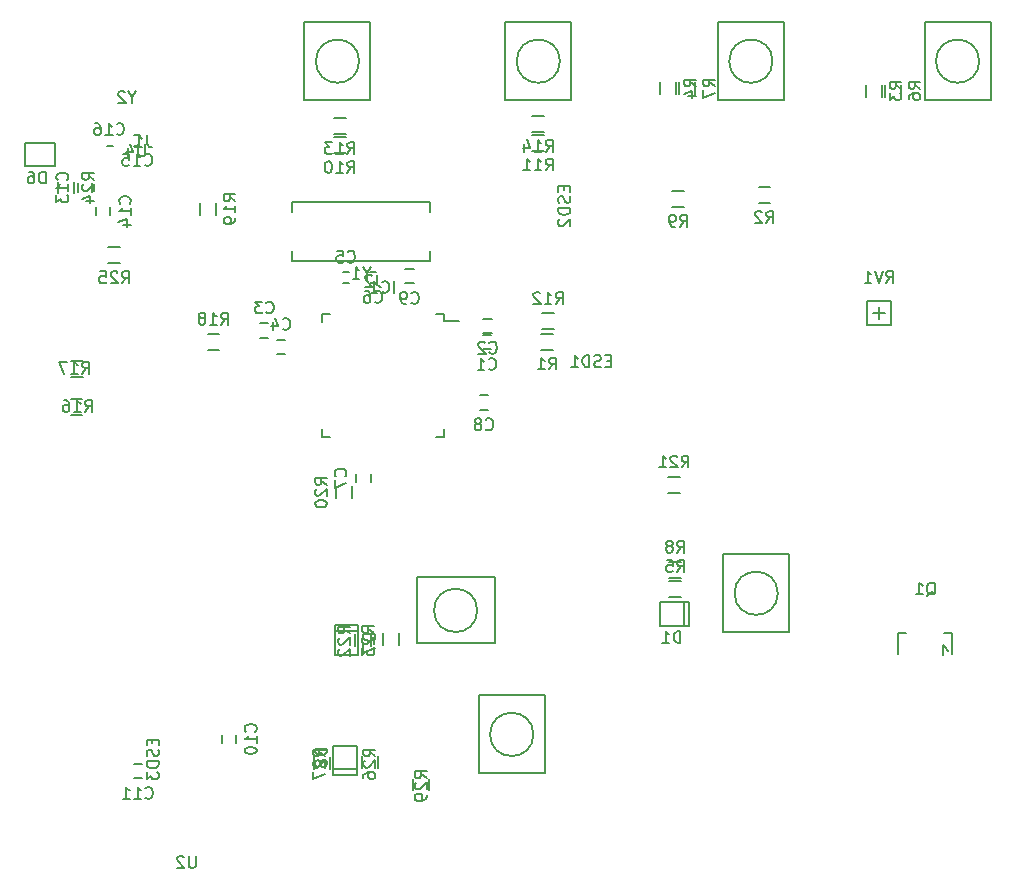
<source format=gbo>
G04 #@! TF.FileFunction,Legend,Bot*
%FSLAX46Y46*%
G04 Gerber Fmt 4.6, Leading zero omitted, Abs format (unit mm)*
G04 Created by KiCad (PCBNEW 4.0.4+dfsg1-stable) date Tue Mar  7 14:42:26 2017*
%MOMM*%
%LPD*%
G01*
G04 APERTURE LIST*
%ADD10C,0.100000*%
%ADD11C,0.150000*%
G04 APERTURE END LIST*
D10*
D11*
X46831620Y22500000D02*
G75*
G03X46831620Y22500000I-1831620J0D01*
G01*
X48302000Y19706000D02*
X48302000Y25294000D01*
X48302000Y25294000D02*
X41698000Y25294000D01*
X41698000Y25294000D02*
X41698000Y19706000D01*
X41698000Y19706000D02*
X48302000Y19706000D01*
X44011900Y47555100D02*
X44011900Y46980100D01*
X33661900Y47555100D02*
X33661900Y46880100D01*
X33661900Y37205100D02*
X33661900Y37880100D01*
X44011900Y37205100D02*
X44011900Y37880100D01*
X44011900Y47555100D02*
X43336900Y47555100D01*
X44011900Y37205100D02*
X43336900Y37205100D01*
X33661900Y37205100D02*
X34336900Y37205100D01*
X33661900Y47555100D02*
X34336900Y47555100D01*
X44011900Y46980100D02*
X45286900Y46980100D01*
X47300000Y44600000D02*
X48000000Y44600000D01*
X48000000Y45800000D02*
X47300000Y45800000D01*
X47350000Y46000000D02*
X48050000Y46000000D01*
X48050000Y47200000D02*
X47350000Y47200000D01*
X29150000Y46800000D02*
X28450000Y46800000D01*
X28450000Y45600000D02*
X29150000Y45600000D01*
X30550000Y45400000D02*
X29850000Y45400000D01*
X29850000Y44200000D02*
X30550000Y44200000D01*
X35450000Y51175000D02*
X35950000Y51175000D01*
X35950000Y50225000D02*
X35450000Y50225000D01*
X38250000Y50225000D02*
X37750000Y50225000D01*
X37750000Y51175000D02*
X38250000Y51175000D01*
X36600000Y34050000D02*
X36600000Y33350000D01*
X37800000Y33350000D02*
X37800000Y34050000D01*
X47050000Y39500000D02*
X47750000Y39500000D01*
X47750000Y40700000D02*
X47050000Y40700000D01*
X40750000Y50200000D02*
X41450000Y50200000D01*
X41450000Y51400000D02*
X40750000Y51400000D01*
X17750000Y8300000D02*
X18450000Y8300000D01*
X18450000Y9500000D02*
X17750000Y9500000D01*
X13050000Y58650000D02*
X13050000Y57950000D01*
X14250000Y57950000D02*
X14250000Y58650000D01*
X15750000Y55950000D02*
X15750000Y56650000D01*
X14550000Y56650000D02*
X14550000Y55950000D01*
X18300000Y61825000D02*
X17800000Y61825000D01*
X17800000Y62775000D02*
X18300000Y62775000D01*
X15500000Y62775000D02*
X16000000Y62775000D01*
X16000000Y61825000D02*
X15500000Y61825000D01*
X11050000Y62100000D02*
X11050000Y60100000D01*
X11050000Y60100000D02*
X8550000Y60100000D01*
X8550000Y60100000D02*
X8550000Y62100000D01*
X8550000Y62100000D02*
X11050000Y62100000D01*
X86649920Y19099340D02*
X86401000Y19399060D01*
X86401000Y19399060D02*
X86299400Y19548920D01*
X86299400Y19548920D02*
X86299400Y18700560D01*
X87000440Y20600480D02*
X87000440Y18799620D01*
X87000440Y20600480D02*
X86350200Y20600480D01*
X82499560Y20600480D02*
X82499560Y18799620D01*
X82499560Y20600480D02*
X83149800Y20600480D01*
X53250000Y45925000D02*
X52250000Y45925000D01*
X52250000Y44575000D02*
X53250000Y44575000D01*
X71650000Y58325000D02*
X70650000Y58325000D01*
X70650000Y56975000D02*
X71650000Y56975000D01*
X79725000Y67000000D02*
X79725000Y66000000D01*
X81075000Y66000000D02*
X81075000Y67000000D01*
X62325000Y67200000D02*
X62325000Y66200000D01*
X63675000Y66200000D02*
X63675000Y67200000D01*
X63100000Y23625000D02*
X64100000Y23625000D01*
X64100000Y24975000D02*
X63100000Y24975000D01*
X81325000Y67000000D02*
X81325000Y66000000D01*
X82675000Y66000000D02*
X82675000Y67000000D01*
X63925000Y67200000D02*
X63925000Y66200000D01*
X65275000Y66200000D02*
X65275000Y67200000D01*
X63100000Y25275000D02*
X64100000Y25275000D01*
X64100000Y26625000D02*
X63100000Y26625000D01*
X64350000Y58025000D02*
X63350000Y58025000D01*
X63350000Y56675000D02*
X64350000Y56675000D01*
X35700000Y62575000D02*
X34700000Y62575000D01*
X34700000Y61225000D02*
X35700000Y61225000D01*
X52500000Y62775000D02*
X51500000Y62775000D01*
X51500000Y61425000D02*
X52500000Y61425000D01*
X52350000Y46325000D02*
X53350000Y46325000D01*
X53350000Y47675000D02*
X52350000Y47675000D01*
X35700000Y64175000D02*
X34700000Y64175000D01*
X34700000Y62825000D02*
X35700000Y62825000D01*
X52500000Y64375000D02*
X51500000Y64375000D01*
X51500000Y63025000D02*
X52500000Y63025000D01*
X13400000Y40425000D02*
X12400000Y40425000D01*
X12400000Y39075000D02*
X13400000Y39075000D01*
X13450000Y43575000D02*
X12450000Y43575000D01*
X12450000Y42225000D02*
X13450000Y42225000D01*
X24000000Y44575000D02*
X25000000Y44575000D01*
X25000000Y45925000D02*
X24000000Y45925000D01*
X23325000Y57000000D02*
X23325000Y56000000D01*
X24675000Y56000000D02*
X24675000Y57000000D01*
X36225000Y32000000D02*
X36225000Y33000000D01*
X34875000Y33000000D02*
X34875000Y32000000D01*
X63000000Y32475000D02*
X64000000Y32475000D01*
X64000000Y33825000D02*
X63000000Y33825000D01*
X37875000Y19500000D02*
X37875000Y20500000D01*
X36525000Y20500000D02*
X36525000Y19500000D01*
X40225000Y19550000D02*
X40225000Y20550000D01*
X38875000Y20550000D02*
X38875000Y19550000D01*
X11375000Y58800000D02*
X11375000Y57800000D01*
X12725000Y57800000D02*
X12725000Y58800000D01*
X16600000Y53225000D02*
X15600000Y53225000D01*
X15600000Y51875000D02*
X16600000Y51875000D01*
X37075000Y10150000D02*
X37075000Y9150000D01*
X38425000Y9150000D02*
X38425000Y10150000D01*
X34325000Y9050000D02*
X34325000Y10050000D01*
X32975000Y10050000D02*
X32975000Y9050000D01*
X80350000Y47700000D02*
X81350000Y47700000D01*
X80850000Y47200000D02*
X80850000Y48200000D01*
X79850000Y46700000D02*
X79850000Y48700000D01*
X79850000Y48700000D02*
X81850000Y48700000D01*
X81850000Y48700000D02*
X81850000Y46700000D01*
X81850000Y46700000D02*
X79850000Y46700000D01*
X31150380Y57099360D02*
X42849620Y57099360D01*
X42849620Y52100640D02*
X31150380Y52100640D01*
X42849620Y57099360D02*
X42849620Y56251000D01*
X42849620Y52100640D02*
X42849620Y52949000D01*
X31150380Y57099360D02*
X31150380Y56251000D01*
X31150380Y52100640D02*
X31150380Y52949000D01*
X26400000Y11250000D02*
X26400000Y11950000D01*
X25200000Y11950000D02*
X25200000Y11250000D01*
X64300000Y23200000D02*
X64300000Y21200000D01*
X64800000Y23200000D02*
X64800000Y21200000D01*
X64800000Y21200000D02*
X62300000Y21200000D01*
X62300000Y21200000D02*
X62300000Y23200000D01*
X62300000Y23200000D02*
X64800000Y23200000D01*
X34750000Y20750000D02*
X36750000Y20750000D01*
X34750000Y21250000D02*
X36750000Y21250000D01*
X36750000Y21250000D02*
X36750000Y18750000D01*
X36750000Y18750000D02*
X34750000Y18750000D01*
X34750000Y18750000D02*
X34750000Y21250000D01*
X36650000Y9050000D02*
X34650000Y9050000D01*
X36650000Y8550000D02*
X34650000Y8550000D01*
X34650000Y8550000D02*
X34650000Y11050000D01*
X34650000Y11050000D02*
X36650000Y11050000D01*
X36650000Y11050000D02*
X36650000Y8550000D01*
X42775000Y7250000D02*
X42775000Y8250000D01*
X41425000Y8250000D02*
X41425000Y7250000D01*
X89331620Y69000000D02*
G75*
G03X89331620Y69000000I-1831620J0D01*
G01*
X90294000Y72302000D02*
X84706000Y72302000D01*
X84706000Y72302000D02*
X84706000Y65698000D01*
X84706000Y65698000D02*
X90294000Y65698000D01*
X90294000Y65698000D02*
X90294000Y72302000D01*
X71831620Y69000000D02*
G75*
G03X71831620Y69000000I-1831620J0D01*
G01*
X72794000Y72302000D02*
X67206000Y72302000D01*
X67206000Y72302000D02*
X67206000Y65698000D01*
X67206000Y65698000D02*
X72794000Y65698000D01*
X72794000Y65698000D02*
X72794000Y72302000D01*
X53831620Y69000000D02*
G75*
G03X53831620Y69000000I-1831620J0D01*
G01*
X54794000Y72302000D02*
X49206000Y72302000D01*
X49206000Y72302000D02*
X49206000Y65698000D01*
X49206000Y65698000D02*
X54794000Y65698000D01*
X54794000Y65698000D02*
X54794000Y72302000D01*
X36831620Y69000000D02*
G75*
G03X36831620Y69000000I-1831620J0D01*
G01*
X37794000Y72302000D02*
X32206000Y72302000D01*
X32206000Y72302000D02*
X32206000Y65698000D01*
X32206000Y65698000D02*
X37794000Y65698000D01*
X37794000Y65698000D02*
X37794000Y72302000D01*
X72281620Y23950000D02*
G75*
G03X72281620Y23950000I-1831620J0D01*
G01*
X67656000Y20648000D02*
X73244000Y20648000D01*
X73244000Y20648000D02*
X73244000Y27252000D01*
X73244000Y27252000D02*
X67656000Y27252000D01*
X67656000Y27252000D02*
X67656000Y20648000D01*
X51581620Y12000000D02*
G75*
G03X51581620Y12000000I-1831620J0D01*
G01*
X52544000Y15302000D02*
X46956000Y15302000D01*
X46956000Y15302000D02*
X46956000Y8698000D01*
X46956000Y8698000D02*
X52544000Y8698000D01*
X52544000Y8698000D02*
X52544000Y15302000D01*
X39813090Y49377719D02*
X39813090Y50377719D01*
X38765471Y49472957D02*
X38813090Y49425338D01*
X38955947Y49377719D01*
X39051185Y49377719D01*
X39194043Y49425338D01*
X39289281Y49520576D01*
X39336900Y49615814D01*
X39384519Y49806290D01*
X39384519Y49949148D01*
X39336900Y50139624D01*
X39289281Y50234862D01*
X39194043Y50330100D01*
X39051185Y50377719D01*
X38955947Y50377719D01*
X38813090Y50330100D01*
X38765471Y50282481D01*
X37813090Y49377719D02*
X38384519Y49377719D01*
X38098805Y49377719D02*
X38098805Y50377719D01*
X38194043Y50234862D01*
X38289281Y50139624D01*
X38384519Y50092005D01*
X47816666Y42942857D02*
X47864285Y42895238D01*
X48007142Y42847619D01*
X48102380Y42847619D01*
X48245238Y42895238D01*
X48340476Y42990476D01*
X48388095Y43085714D01*
X48435714Y43276190D01*
X48435714Y43419048D01*
X48388095Y43609524D01*
X48340476Y43704762D01*
X48245238Y43800000D01*
X48102380Y43847619D01*
X48007142Y43847619D01*
X47864285Y43800000D01*
X47816666Y43752381D01*
X46864285Y42847619D02*
X47435714Y42847619D01*
X47150000Y42847619D02*
X47150000Y43847619D01*
X47245238Y43704762D01*
X47340476Y43609524D01*
X47435714Y43561905D01*
X47866666Y44342857D02*
X47914285Y44295238D01*
X48057142Y44247619D01*
X48152380Y44247619D01*
X48295238Y44295238D01*
X48390476Y44390476D01*
X48438095Y44485714D01*
X48485714Y44676190D01*
X48485714Y44819048D01*
X48438095Y45009524D01*
X48390476Y45104762D01*
X48295238Y45200000D01*
X48152380Y45247619D01*
X48057142Y45247619D01*
X47914285Y45200000D01*
X47866666Y45152381D01*
X47485714Y45152381D02*
X47438095Y45200000D01*
X47342857Y45247619D01*
X47104761Y45247619D01*
X47009523Y45200000D01*
X46961904Y45152381D01*
X46914285Y45057143D01*
X46914285Y44961905D01*
X46961904Y44819048D01*
X47533333Y44247619D01*
X46914285Y44247619D01*
X28966666Y47742857D02*
X29014285Y47695238D01*
X29157142Y47647619D01*
X29252380Y47647619D01*
X29395238Y47695238D01*
X29490476Y47790476D01*
X29538095Y47885714D01*
X29585714Y48076190D01*
X29585714Y48219048D01*
X29538095Y48409524D01*
X29490476Y48504762D01*
X29395238Y48600000D01*
X29252380Y48647619D01*
X29157142Y48647619D01*
X29014285Y48600000D01*
X28966666Y48552381D01*
X28633333Y48647619D02*
X28014285Y48647619D01*
X28347619Y48266667D01*
X28204761Y48266667D01*
X28109523Y48219048D01*
X28061904Y48171429D01*
X28014285Y48076190D01*
X28014285Y47838095D01*
X28061904Y47742857D01*
X28109523Y47695238D01*
X28204761Y47647619D01*
X28490476Y47647619D01*
X28585714Y47695238D01*
X28633333Y47742857D01*
X30366666Y46342857D02*
X30414285Y46295238D01*
X30557142Y46247619D01*
X30652380Y46247619D01*
X30795238Y46295238D01*
X30890476Y46390476D01*
X30938095Y46485714D01*
X30985714Y46676190D01*
X30985714Y46819048D01*
X30938095Y47009524D01*
X30890476Y47104762D01*
X30795238Y47200000D01*
X30652380Y47247619D01*
X30557142Y47247619D01*
X30414285Y47200000D01*
X30366666Y47152381D01*
X29509523Y46914286D02*
X29509523Y46247619D01*
X29747619Y47295238D02*
X29985714Y46580952D01*
X29366666Y46580952D01*
X35866666Y52042857D02*
X35914285Y51995238D01*
X36057142Y51947619D01*
X36152380Y51947619D01*
X36295238Y51995238D01*
X36390476Y52090476D01*
X36438095Y52185714D01*
X36485714Y52376190D01*
X36485714Y52519048D01*
X36438095Y52709524D01*
X36390476Y52804762D01*
X36295238Y52900000D01*
X36152380Y52947619D01*
X36057142Y52947619D01*
X35914285Y52900000D01*
X35866666Y52852381D01*
X34961904Y52947619D02*
X35438095Y52947619D01*
X35485714Y52471429D01*
X35438095Y52519048D01*
X35342857Y52566667D01*
X35104761Y52566667D01*
X35009523Y52519048D01*
X34961904Y52471429D01*
X34914285Y52376190D01*
X34914285Y52138095D01*
X34961904Y52042857D01*
X35009523Y51995238D01*
X35104761Y51947619D01*
X35342857Y51947619D01*
X35438095Y51995238D01*
X35485714Y52042857D01*
X38166666Y48642857D02*
X38214285Y48595238D01*
X38357142Y48547619D01*
X38452380Y48547619D01*
X38595238Y48595238D01*
X38690476Y48690476D01*
X38738095Y48785714D01*
X38785714Y48976190D01*
X38785714Y49119048D01*
X38738095Y49309524D01*
X38690476Y49404762D01*
X38595238Y49500000D01*
X38452380Y49547619D01*
X38357142Y49547619D01*
X38214285Y49500000D01*
X38166666Y49452381D01*
X37309523Y49547619D02*
X37500000Y49547619D01*
X37595238Y49500000D01*
X37642857Y49452381D01*
X37738095Y49309524D01*
X37785714Y49119048D01*
X37785714Y48738095D01*
X37738095Y48642857D01*
X37690476Y48595238D01*
X37595238Y48547619D01*
X37404761Y48547619D01*
X37309523Y48595238D01*
X37261904Y48642857D01*
X37214285Y48738095D01*
X37214285Y48976190D01*
X37261904Y49071429D01*
X37309523Y49119048D01*
X37404761Y49166667D01*
X37595238Y49166667D01*
X37690476Y49119048D01*
X37738095Y49071429D01*
X37785714Y48976190D01*
X35657143Y33866666D02*
X35704762Y33914285D01*
X35752381Y34057142D01*
X35752381Y34152380D01*
X35704762Y34295238D01*
X35609524Y34390476D01*
X35514286Y34438095D01*
X35323810Y34485714D01*
X35180952Y34485714D01*
X34990476Y34438095D01*
X34895238Y34390476D01*
X34800000Y34295238D01*
X34752381Y34152380D01*
X34752381Y34057142D01*
X34800000Y33914285D01*
X34847619Y33866666D01*
X34752381Y33533333D02*
X34752381Y32866666D01*
X35752381Y33295238D01*
X47566666Y37842857D02*
X47614285Y37795238D01*
X47757142Y37747619D01*
X47852380Y37747619D01*
X47995238Y37795238D01*
X48090476Y37890476D01*
X48138095Y37985714D01*
X48185714Y38176190D01*
X48185714Y38319048D01*
X48138095Y38509524D01*
X48090476Y38604762D01*
X47995238Y38700000D01*
X47852380Y38747619D01*
X47757142Y38747619D01*
X47614285Y38700000D01*
X47566666Y38652381D01*
X46995238Y38319048D02*
X47090476Y38366667D01*
X47138095Y38414286D01*
X47185714Y38509524D01*
X47185714Y38557143D01*
X47138095Y38652381D01*
X47090476Y38700000D01*
X46995238Y38747619D01*
X46804761Y38747619D01*
X46709523Y38700000D01*
X46661904Y38652381D01*
X46614285Y38557143D01*
X46614285Y38509524D01*
X46661904Y38414286D01*
X46709523Y38366667D01*
X46804761Y38319048D01*
X46995238Y38319048D01*
X47090476Y38271429D01*
X47138095Y38223810D01*
X47185714Y38128571D01*
X47185714Y37938095D01*
X47138095Y37842857D01*
X47090476Y37795238D01*
X46995238Y37747619D01*
X46804761Y37747619D01*
X46709523Y37795238D01*
X46661904Y37842857D01*
X46614285Y37938095D01*
X46614285Y38128571D01*
X46661904Y38223810D01*
X46709523Y38271429D01*
X46804761Y38319048D01*
X41266666Y48542857D02*
X41314285Y48495238D01*
X41457142Y48447619D01*
X41552380Y48447619D01*
X41695238Y48495238D01*
X41790476Y48590476D01*
X41838095Y48685714D01*
X41885714Y48876190D01*
X41885714Y49019048D01*
X41838095Y49209524D01*
X41790476Y49304762D01*
X41695238Y49400000D01*
X41552380Y49447619D01*
X41457142Y49447619D01*
X41314285Y49400000D01*
X41266666Y49352381D01*
X40790476Y48447619D02*
X40600000Y48447619D01*
X40504761Y48495238D01*
X40457142Y48542857D01*
X40361904Y48685714D01*
X40314285Y48876190D01*
X40314285Y49257143D01*
X40361904Y49352381D01*
X40409523Y49400000D01*
X40504761Y49447619D01*
X40695238Y49447619D01*
X40790476Y49400000D01*
X40838095Y49352381D01*
X40885714Y49257143D01*
X40885714Y49019048D01*
X40838095Y48923810D01*
X40790476Y48876190D01*
X40695238Y48828571D01*
X40504761Y48828571D01*
X40409523Y48876190D01*
X40361904Y48923810D01*
X40314285Y49019048D01*
X18742857Y6642857D02*
X18790476Y6595238D01*
X18933333Y6547619D01*
X19028571Y6547619D01*
X19171429Y6595238D01*
X19266667Y6690476D01*
X19314286Y6785714D01*
X19361905Y6976190D01*
X19361905Y7119048D01*
X19314286Y7309524D01*
X19266667Y7404762D01*
X19171429Y7500000D01*
X19028571Y7547619D01*
X18933333Y7547619D01*
X18790476Y7500000D01*
X18742857Y7452381D01*
X17790476Y6547619D02*
X18361905Y6547619D01*
X18076191Y6547619D02*
X18076191Y7547619D01*
X18171429Y7404762D01*
X18266667Y7309524D01*
X18361905Y7261905D01*
X16838095Y6547619D02*
X17409524Y6547619D01*
X17123810Y6547619D02*
X17123810Y7547619D01*
X17219048Y7404762D01*
X17314286Y7309524D01*
X17409524Y7261905D01*
X12107143Y58942857D02*
X12154762Y58990476D01*
X12202381Y59133333D01*
X12202381Y59228571D01*
X12154762Y59371429D01*
X12059524Y59466667D01*
X11964286Y59514286D01*
X11773810Y59561905D01*
X11630952Y59561905D01*
X11440476Y59514286D01*
X11345238Y59466667D01*
X11250000Y59371429D01*
X11202381Y59228571D01*
X11202381Y59133333D01*
X11250000Y58990476D01*
X11297619Y58942857D01*
X12202381Y57990476D02*
X12202381Y58561905D01*
X12202381Y58276191D02*
X11202381Y58276191D01*
X11345238Y58371429D01*
X11440476Y58466667D01*
X11488095Y58561905D01*
X11202381Y57657143D02*
X11202381Y57038095D01*
X11583333Y57371429D01*
X11583333Y57228571D01*
X11630952Y57133333D01*
X11678571Y57085714D01*
X11773810Y57038095D01*
X12011905Y57038095D01*
X12107143Y57085714D01*
X12154762Y57133333D01*
X12202381Y57228571D01*
X12202381Y57514286D01*
X12154762Y57609524D01*
X12107143Y57657143D01*
X17407143Y56942857D02*
X17454762Y56990476D01*
X17502381Y57133333D01*
X17502381Y57228571D01*
X17454762Y57371429D01*
X17359524Y57466667D01*
X17264286Y57514286D01*
X17073810Y57561905D01*
X16930952Y57561905D01*
X16740476Y57514286D01*
X16645238Y57466667D01*
X16550000Y57371429D01*
X16502381Y57228571D01*
X16502381Y57133333D01*
X16550000Y56990476D01*
X16597619Y56942857D01*
X17502381Y55990476D02*
X17502381Y56561905D01*
X17502381Y56276191D02*
X16502381Y56276191D01*
X16645238Y56371429D01*
X16740476Y56466667D01*
X16788095Y56561905D01*
X16835714Y55133333D02*
X17502381Y55133333D01*
X16454762Y55371429D02*
X17169048Y55609524D01*
X17169048Y54990476D01*
X18692857Y60242857D02*
X18740476Y60195238D01*
X18883333Y60147619D01*
X18978571Y60147619D01*
X19121429Y60195238D01*
X19216667Y60290476D01*
X19264286Y60385714D01*
X19311905Y60576190D01*
X19311905Y60719048D01*
X19264286Y60909524D01*
X19216667Y61004762D01*
X19121429Y61100000D01*
X18978571Y61147619D01*
X18883333Y61147619D01*
X18740476Y61100000D01*
X18692857Y61052381D01*
X17740476Y60147619D02*
X18311905Y60147619D01*
X18026191Y60147619D02*
X18026191Y61147619D01*
X18121429Y61004762D01*
X18216667Y60909524D01*
X18311905Y60861905D01*
X16835714Y61147619D02*
X17311905Y61147619D01*
X17359524Y60671429D01*
X17311905Y60719048D01*
X17216667Y60766667D01*
X16978571Y60766667D01*
X16883333Y60719048D01*
X16835714Y60671429D01*
X16788095Y60576190D01*
X16788095Y60338095D01*
X16835714Y60242857D01*
X16883333Y60195238D01*
X16978571Y60147619D01*
X17216667Y60147619D01*
X17311905Y60195238D01*
X17359524Y60242857D01*
X16292857Y62842857D02*
X16340476Y62795238D01*
X16483333Y62747619D01*
X16578571Y62747619D01*
X16721429Y62795238D01*
X16816667Y62890476D01*
X16864286Y62985714D01*
X16911905Y63176190D01*
X16911905Y63319048D01*
X16864286Y63509524D01*
X16816667Y63604762D01*
X16721429Y63700000D01*
X16578571Y63747619D01*
X16483333Y63747619D01*
X16340476Y63700000D01*
X16292857Y63652381D01*
X15340476Y62747619D02*
X15911905Y62747619D01*
X15626191Y62747619D02*
X15626191Y63747619D01*
X15721429Y63604762D01*
X15816667Y63509524D01*
X15911905Y63461905D01*
X14483333Y63747619D02*
X14673810Y63747619D01*
X14769048Y63700000D01*
X14816667Y63652381D01*
X14911905Y63509524D01*
X14959524Y63319048D01*
X14959524Y62938095D01*
X14911905Y62842857D01*
X14864286Y62795238D01*
X14769048Y62747619D01*
X14578571Y62747619D01*
X14483333Y62795238D01*
X14435714Y62842857D01*
X14388095Y62938095D01*
X14388095Y63176190D01*
X14435714Y63271429D01*
X14483333Y63319048D01*
X14578571Y63366667D01*
X14769048Y63366667D01*
X14864286Y63319048D01*
X14911905Y63271429D01*
X14959524Y63176190D01*
X10288095Y58647619D02*
X10288095Y59647619D01*
X10050000Y59647619D01*
X9907142Y59600000D01*
X9811904Y59504762D01*
X9764285Y59409524D01*
X9716666Y59219048D01*
X9716666Y59076190D01*
X9764285Y58885714D01*
X9811904Y58790476D01*
X9907142Y58695238D01*
X10050000Y58647619D01*
X10288095Y58647619D01*
X8859523Y59647619D02*
X9050000Y59647619D01*
X9145238Y59600000D01*
X9192857Y59552381D01*
X9288095Y59409524D01*
X9335714Y59219048D01*
X9335714Y58838095D01*
X9288095Y58742857D01*
X9240476Y58695238D01*
X9145238Y58647619D01*
X8954761Y58647619D01*
X8859523Y58695238D01*
X8811904Y58742857D01*
X8764285Y58838095D01*
X8764285Y59076190D01*
X8811904Y59171429D01*
X8859523Y59219048D01*
X8954761Y59266667D01*
X9145238Y59266667D01*
X9240476Y59219048D01*
X9288095Y59171429D01*
X9335714Y59076190D01*
X58166667Y43621429D02*
X57833333Y43621429D01*
X57690476Y43097619D02*
X58166667Y43097619D01*
X58166667Y44097619D01*
X57690476Y44097619D01*
X57309524Y43145238D02*
X57166667Y43097619D01*
X56928571Y43097619D01*
X56833333Y43145238D01*
X56785714Y43192857D01*
X56738095Y43288095D01*
X56738095Y43383333D01*
X56785714Y43478571D01*
X56833333Y43526190D01*
X56928571Y43573810D01*
X57119048Y43621429D01*
X57214286Y43669048D01*
X57261905Y43716667D01*
X57309524Y43811905D01*
X57309524Y43907143D01*
X57261905Y44002381D01*
X57214286Y44050000D01*
X57119048Y44097619D01*
X56880952Y44097619D01*
X56738095Y44050000D01*
X56309524Y43097619D02*
X56309524Y44097619D01*
X56071429Y44097619D01*
X55928571Y44050000D01*
X55833333Y43954762D01*
X55785714Y43859524D01*
X55738095Y43669048D01*
X55738095Y43526190D01*
X55785714Y43335714D01*
X55833333Y43240476D01*
X55928571Y43145238D01*
X56071429Y43097619D01*
X56309524Y43097619D01*
X54785714Y43097619D02*
X55357143Y43097619D01*
X55071429Y43097619D02*
X55071429Y44097619D01*
X55166667Y43954762D01*
X55261905Y43859524D01*
X55357143Y43811905D01*
X54178571Y58416667D02*
X54178571Y58083333D01*
X54702381Y57940476D02*
X54702381Y58416667D01*
X53702381Y58416667D01*
X53702381Y57940476D01*
X54654762Y57559524D02*
X54702381Y57416667D01*
X54702381Y57178571D01*
X54654762Y57083333D01*
X54607143Y57035714D01*
X54511905Y56988095D01*
X54416667Y56988095D01*
X54321429Y57035714D01*
X54273810Y57083333D01*
X54226190Y57178571D01*
X54178571Y57369048D01*
X54130952Y57464286D01*
X54083333Y57511905D01*
X53988095Y57559524D01*
X53892857Y57559524D01*
X53797619Y57511905D01*
X53750000Y57464286D01*
X53702381Y57369048D01*
X53702381Y57130952D01*
X53750000Y56988095D01*
X54702381Y56559524D02*
X53702381Y56559524D01*
X53702381Y56321429D01*
X53750000Y56178571D01*
X53845238Y56083333D01*
X53940476Y56035714D01*
X54130952Y55988095D01*
X54273810Y55988095D01*
X54464286Y56035714D01*
X54559524Y56083333D01*
X54654762Y56178571D01*
X54702381Y56321429D01*
X54702381Y56559524D01*
X53797619Y55607143D02*
X53750000Y55559524D01*
X53702381Y55464286D01*
X53702381Y55226190D01*
X53750000Y55130952D01*
X53797619Y55083333D01*
X53892857Y55035714D01*
X53988095Y55035714D01*
X54130952Y55083333D01*
X54702381Y55654762D01*
X54702381Y55035714D01*
X19328571Y11566667D02*
X19328571Y11233333D01*
X19852381Y11090476D02*
X19852381Y11566667D01*
X18852381Y11566667D01*
X18852381Y11090476D01*
X19804762Y10709524D02*
X19852381Y10566667D01*
X19852381Y10328571D01*
X19804762Y10233333D01*
X19757143Y10185714D01*
X19661905Y10138095D01*
X19566667Y10138095D01*
X19471429Y10185714D01*
X19423810Y10233333D01*
X19376190Y10328571D01*
X19328571Y10519048D01*
X19280952Y10614286D01*
X19233333Y10661905D01*
X19138095Y10709524D01*
X19042857Y10709524D01*
X18947619Y10661905D01*
X18900000Y10614286D01*
X18852381Y10519048D01*
X18852381Y10280952D01*
X18900000Y10138095D01*
X19852381Y9709524D02*
X18852381Y9709524D01*
X18852381Y9471429D01*
X18900000Y9328571D01*
X18995238Y9233333D01*
X19090476Y9185714D01*
X19280952Y9138095D01*
X19423810Y9138095D01*
X19614286Y9185714D01*
X19709524Y9233333D01*
X19804762Y9328571D01*
X19852381Y9471429D01*
X19852381Y9709524D01*
X18852381Y8804762D02*
X18852381Y8185714D01*
X19233333Y8519048D01*
X19233333Y8376190D01*
X19280952Y8280952D01*
X19328571Y8233333D01*
X19423810Y8185714D01*
X19661905Y8185714D01*
X19757143Y8233333D01*
X19804762Y8280952D01*
X19852381Y8376190D01*
X19852381Y8661905D01*
X19804762Y8757143D01*
X19757143Y8804762D01*
X84896038Y23753641D02*
X84991276Y23801260D01*
X85086514Y23896498D01*
X85229371Y24039355D01*
X85324610Y24086974D01*
X85419848Y24086974D01*
X85372229Y23848879D02*
X85467467Y23896498D01*
X85562705Y23991736D01*
X85610324Y24182212D01*
X85610324Y24515546D01*
X85562705Y24706022D01*
X85467467Y24801260D01*
X85372229Y24848879D01*
X85181752Y24848879D01*
X85086514Y24801260D01*
X84991276Y24706022D01*
X84943657Y24515546D01*
X84943657Y24182212D01*
X84991276Y23991736D01*
X85086514Y23896498D01*
X85181752Y23848879D01*
X85372229Y23848879D01*
X83991276Y23848879D02*
X84562705Y23848879D01*
X84276991Y23848879D02*
X84276991Y24848879D01*
X84372229Y24706022D01*
X84467467Y24610784D01*
X84562705Y24563165D01*
X52916666Y42897619D02*
X53250000Y43373810D01*
X53488095Y42897619D02*
X53488095Y43897619D01*
X53107142Y43897619D01*
X53011904Y43850000D01*
X52964285Y43802381D01*
X52916666Y43707143D01*
X52916666Y43564286D01*
X52964285Y43469048D01*
X53011904Y43421429D01*
X53107142Y43373810D01*
X53488095Y43373810D01*
X51964285Y42897619D02*
X52535714Y42897619D01*
X52250000Y42897619D02*
X52250000Y43897619D01*
X52345238Y43754762D01*
X52440476Y43659524D01*
X52535714Y43611905D01*
X71316666Y55297619D02*
X71650000Y55773810D01*
X71888095Y55297619D02*
X71888095Y56297619D01*
X71507142Y56297619D01*
X71411904Y56250000D01*
X71364285Y56202381D01*
X71316666Y56107143D01*
X71316666Y55964286D01*
X71364285Y55869048D01*
X71411904Y55821429D01*
X71507142Y55773810D01*
X71888095Y55773810D01*
X70935714Y56202381D02*
X70888095Y56250000D01*
X70792857Y56297619D01*
X70554761Y56297619D01*
X70459523Y56250000D01*
X70411904Y56202381D01*
X70364285Y56107143D01*
X70364285Y56011905D01*
X70411904Y55869048D01*
X70983333Y55297619D01*
X70364285Y55297619D01*
X82752381Y66666666D02*
X82276190Y67000000D01*
X82752381Y67238095D02*
X81752381Y67238095D01*
X81752381Y66857142D01*
X81800000Y66761904D01*
X81847619Y66714285D01*
X81942857Y66666666D01*
X82085714Y66666666D01*
X82180952Y66714285D01*
X82228571Y66761904D01*
X82276190Y66857142D01*
X82276190Y67238095D01*
X81752381Y66333333D02*
X81752381Y65714285D01*
X82133333Y66047619D01*
X82133333Y65904761D01*
X82180952Y65809523D01*
X82228571Y65761904D01*
X82323810Y65714285D01*
X82561905Y65714285D01*
X82657143Y65761904D01*
X82704762Y65809523D01*
X82752381Y65904761D01*
X82752381Y66190476D01*
X82704762Y66285714D01*
X82657143Y66333333D01*
X65352381Y66866666D02*
X64876190Y67200000D01*
X65352381Y67438095D02*
X64352381Y67438095D01*
X64352381Y67057142D01*
X64400000Y66961904D01*
X64447619Y66914285D01*
X64542857Y66866666D01*
X64685714Y66866666D01*
X64780952Y66914285D01*
X64828571Y66961904D01*
X64876190Y67057142D01*
X64876190Y67438095D01*
X64685714Y66009523D02*
X65352381Y66009523D01*
X64304762Y66247619D02*
X65019048Y66485714D01*
X65019048Y65866666D01*
X63766666Y25747619D02*
X64100000Y26223810D01*
X64338095Y25747619D02*
X64338095Y26747619D01*
X63957142Y26747619D01*
X63861904Y26700000D01*
X63814285Y26652381D01*
X63766666Y26557143D01*
X63766666Y26414286D01*
X63814285Y26319048D01*
X63861904Y26271429D01*
X63957142Y26223810D01*
X64338095Y26223810D01*
X62861904Y26747619D02*
X63338095Y26747619D01*
X63385714Y26271429D01*
X63338095Y26319048D01*
X63242857Y26366667D01*
X63004761Y26366667D01*
X62909523Y26319048D01*
X62861904Y26271429D01*
X62814285Y26176190D01*
X62814285Y25938095D01*
X62861904Y25842857D01*
X62909523Y25795238D01*
X63004761Y25747619D01*
X63242857Y25747619D01*
X63338095Y25795238D01*
X63385714Y25842857D01*
X84352381Y66666666D02*
X83876190Y67000000D01*
X84352381Y67238095D02*
X83352381Y67238095D01*
X83352381Y66857142D01*
X83400000Y66761904D01*
X83447619Y66714285D01*
X83542857Y66666666D01*
X83685714Y66666666D01*
X83780952Y66714285D01*
X83828571Y66761904D01*
X83876190Y66857142D01*
X83876190Y67238095D01*
X83352381Y65809523D02*
X83352381Y66000000D01*
X83400000Y66095238D01*
X83447619Y66142857D01*
X83590476Y66238095D01*
X83780952Y66285714D01*
X84161905Y66285714D01*
X84257143Y66238095D01*
X84304762Y66190476D01*
X84352381Y66095238D01*
X84352381Y65904761D01*
X84304762Y65809523D01*
X84257143Y65761904D01*
X84161905Y65714285D01*
X83923810Y65714285D01*
X83828571Y65761904D01*
X83780952Y65809523D01*
X83733333Y65904761D01*
X83733333Y66095238D01*
X83780952Y66190476D01*
X83828571Y66238095D01*
X83923810Y66285714D01*
X66952381Y66866666D02*
X66476190Y67200000D01*
X66952381Y67438095D02*
X65952381Y67438095D01*
X65952381Y67057142D01*
X66000000Y66961904D01*
X66047619Y66914285D01*
X66142857Y66866666D01*
X66285714Y66866666D01*
X66380952Y66914285D01*
X66428571Y66961904D01*
X66476190Y67057142D01*
X66476190Y67438095D01*
X65952381Y66533333D02*
X65952381Y65866666D01*
X66952381Y66295238D01*
X63766666Y27397619D02*
X64100000Y27873810D01*
X64338095Y27397619D02*
X64338095Y28397619D01*
X63957142Y28397619D01*
X63861904Y28350000D01*
X63814285Y28302381D01*
X63766666Y28207143D01*
X63766666Y28064286D01*
X63814285Y27969048D01*
X63861904Y27921429D01*
X63957142Y27873810D01*
X64338095Y27873810D01*
X63195238Y27969048D02*
X63290476Y28016667D01*
X63338095Y28064286D01*
X63385714Y28159524D01*
X63385714Y28207143D01*
X63338095Y28302381D01*
X63290476Y28350000D01*
X63195238Y28397619D01*
X63004761Y28397619D01*
X62909523Y28350000D01*
X62861904Y28302381D01*
X62814285Y28207143D01*
X62814285Y28159524D01*
X62861904Y28064286D01*
X62909523Y28016667D01*
X63004761Y27969048D01*
X63195238Y27969048D01*
X63290476Y27921429D01*
X63338095Y27873810D01*
X63385714Y27778571D01*
X63385714Y27588095D01*
X63338095Y27492857D01*
X63290476Y27445238D01*
X63195238Y27397619D01*
X63004761Y27397619D01*
X62909523Y27445238D01*
X62861904Y27492857D01*
X62814285Y27588095D01*
X62814285Y27778571D01*
X62861904Y27873810D01*
X62909523Y27921429D01*
X63004761Y27969048D01*
X64016666Y54997619D02*
X64350000Y55473810D01*
X64588095Y54997619D02*
X64588095Y55997619D01*
X64207142Y55997619D01*
X64111904Y55950000D01*
X64064285Y55902381D01*
X64016666Y55807143D01*
X64016666Y55664286D01*
X64064285Y55569048D01*
X64111904Y55521429D01*
X64207142Y55473810D01*
X64588095Y55473810D01*
X63540476Y54997619D02*
X63350000Y54997619D01*
X63254761Y55045238D01*
X63207142Y55092857D01*
X63111904Y55235714D01*
X63064285Y55426190D01*
X63064285Y55807143D01*
X63111904Y55902381D01*
X63159523Y55950000D01*
X63254761Y55997619D01*
X63445238Y55997619D01*
X63540476Y55950000D01*
X63588095Y55902381D01*
X63635714Y55807143D01*
X63635714Y55569048D01*
X63588095Y55473810D01*
X63540476Y55426190D01*
X63445238Y55378571D01*
X63254761Y55378571D01*
X63159523Y55426190D01*
X63111904Y55473810D01*
X63064285Y55569048D01*
X35842857Y59547619D02*
X36176191Y60023810D01*
X36414286Y59547619D02*
X36414286Y60547619D01*
X36033333Y60547619D01*
X35938095Y60500000D01*
X35890476Y60452381D01*
X35842857Y60357143D01*
X35842857Y60214286D01*
X35890476Y60119048D01*
X35938095Y60071429D01*
X36033333Y60023810D01*
X36414286Y60023810D01*
X34890476Y59547619D02*
X35461905Y59547619D01*
X35176191Y59547619D02*
X35176191Y60547619D01*
X35271429Y60404762D01*
X35366667Y60309524D01*
X35461905Y60261905D01*
X34271429Y60547619D02*
X34176190Y60547619D01*
X34080952Y60500000D01*
X34033333Y60452381D01*
X33985714Y60357143D01*
X33938095Y60166667D01*
X33938095Y59928571D01*
X33985714Y59738095D01*
X34033333Y59642857D01*
X34080952Y59595238D01*
X34176190Y59547619D01*
X34271429Y59547619D01*
X34366667Y59595238D01*
X34414286Y59642857D01*
X34461905Y59738095D01*
X34509524Y59928571D01*
X34509524Y60166667D01*
X34461905Y60357143D01*
X34414286Y60452381D01*
X34366667Y60500000D01*
X34271429Y60547619D01*
X52642857Y59747619D02*
X52976191Y60223810D01*
X53214286Y59747619D02*
X53214286Y60747619D01*
X52833333Y60747619D01*
X52738095Y60700000D01*
X52690476Y60652381D01*
X52642857Y60557143D01*
X52642857Y60414286D01*
X52690476Y60319048D01*
X52738095Y60271429D01*
X52833333Y60223810D01*
X53214286Y60223810D01*
X51690476Y59747619D02*
X52261905Y59747619D01*
X51976191Y59747619D02*
X51976191Y60747619D01*
X52071429Y60604762D01*
X52166667Y60509524D01*
X52261905Y60461905D01*
X50738095Y59747619D02*
X51309524Y59747619D01*
X51023810Y59747619D02*
X51023810Y60747619D01*
X51119048Y60604762D01*
X51214286Y60509524D01*
X51309524Y60461905D01*
X53492857Y48447619D02*
X53826191Y48923810D01*
X54064286Y48447619D02*
X54064286Y49447619D01*
X53683333Y49447619D01*
X53588095Y49400000D01*
X53540476Y49352381D01*
X53492857Y49257143D01*
X53492857Y49114286D01*
X53540476Y49019048D01*
X53588095Y48971429D01*
X53683333Y48923810D01*
X54064286Y48923810D01*
X52540476Y48447619D02*
X53111905Y48447619D01*
X52826191Y48447619D02*
X52826191Y49447619D01*
X52921429Y49304762D01*
X53016667Y49209524D01*
X53111905Y49161905D01*
X52159524Y49352381D02*
X52111905Y49400000D01*
X52016667Y49447619D01*
X51778571Y49447619D01*
X51683333Y49400000D01*
X51635714Y49352381D01*
X51588095Y49257143D01*
X51588095Y49161905D01*
X51635714Y49019048D01*
X52207143Y48447619D01*
X51588095Y48447619D01*
X35842857Y61147619D02*
X36176191Y61623810D01*
X36414286Y61147619D02*
X36414286Y62147619D01*
X36033333Y62147619D01*
X35938095Y62100000D01*
X35890476Y62052381D01*
X35842857Y61957143D01*
X35842857Y61814286D01*
X35890476Y61719048D01*
X35938095Y61671429D01*
X36033333Y61623810D01*
X36414286Y61623810D01*
X34890476Y61147619D02*
X35461905Y61147619D01*
X35176191Y61147619D02*
X35176191Y62147619D01*
X35271429Y62004762D01*
X35366667Y61909524D01*
X35461905Y61861905D01*
X34557143Y62147619D02*
X33938095Y62147619D01*
X34271429Y61766667D01*
X34128571Y61766667D01*
X34033333Y61719048D01*
X33985714Y61671429D01*
X33938095Y61576190D01*
X33938095Y61338095D01*
X33985714Y61242857D01*
X34033333Y61195238D01*
X34128571Y61147619D01*
X34414286Y61147619D01*
X34509524Y61195238D01*
X34557143Y61242857D01*
X52642857Y61347619D02*
X52976191Y61823810D01*
X53214286Y61347619D02*
X53214286Y62347619D01*
X52833333Y62347619D01*
X52738095Y62300000D01*
X52690476Y62252381D01*
X52642857Y62157143D01*
X52642857Y62014286D01*
X52690476Y61919048D01*
X52738095Y61871429D01*
X52833333Y61823810D01*
X53214286Y61823810D01*
X51690476Y61347619D02*
X52261905Y61347619D01*
X51976191Y61347619D02*
X51976191Y62347619D01*
X52071429Y62204762D01*
X52166667Y62109524D01*
X52261905Y62061905D01*
X50833333Y62014286D02*
X50833333Y61347619D01*
X51071429Y62395238D02*
X51309524Y61680952D01*
X50690476Y61680952D01*
X13642857Y39297619D02*
X13976191Y39773810D01*
X14214286Y39297619D02*
X14214286Y40297619D01*
X13833333Y40297619D01*
X13738095Y40250000D01*
X13690476Y40202381D01*
X13642857Y40107143D01*
X13642857Y39964286D01*
X13690476Y39869048D01*
X13738095Y39821429D01*
X13833333Y39773810D01*
X14214286Y39773810D01*
X12690476Y39297619D02*
X13261905Y39297619D01*
X12976191Y39297619D02*
X12976191Y40297619D01*
X13071429Y40154762D01*
X13166667Y40059524D01*
X13261905Y40011905D01*
X11833333Y40297619D02*
X12023810Y40297619D01*
X12119048Y40250000D01*
X12166667Y40202381D01*
X12261905Y40059524D01*
X12309524Y39869048D01*
X12309524Y39488095D01*
X12261905Y39392857D01*
X12214286Y39345238D01*
X12119048Y39297619D01*
X11928571Y39297619D01*
X11833333Y39345238D01*
X11785714Y39392857D01*
X11738095Y39488095D01*
X11738095Y39726190D01*
X11785714Y39821429D01*
X11833333Y39869048D01*
X11928571Y39916667D01*
X12119048Y39916667D01*
X12214286Y39869048D01*
X12261905Y39821429D01*
X12309524Y39726190D01*
X13392857Y42547619D02*
X13726191Y43023810D01*
X13964286Y42547619D02*
X13964286Y43547619D01*
X13583333Y43547619D01*
X13488095Y43500000D01*
X13440476Y43452381D01*
X13392857Y43357143D01*
X13392857Y43214286D01*
X13440476Y43119048D01*
X13488095Y43071429D01*
X13583333Y43023810D01*
X13964286Y43023810D01*
X12440476Y42547619D02*
X13011905Y42547619D01*
X12726191Y42547619D02*
X12726191Y43547619D01*
X12821429Y43404762D01*
X12916667Y43309524D01*
X13011905Y43261905D01*
X12107143Y43547619D02*
X11440476Y43547619D01*
X11869048Y42547619D01*
X25142857Y46697619D02*
X25476191Y47173810D01*
X25714286Y46697619D02*
X25714286Y47697619D01*
X25333333Y47697619D01*
X25238095Y47650000D01*
X25190476Y47602381D01*
X25142857Y47507143D01*
X25142857Y47364286D01*
X25190476Y47269048D01*
X25238095Y47221429D01*
X25333333Y47173810D01*
X25714286Y47173810D01*
X24190476Y46697619D02*
X24761905Y46697619D01*
X24476191Y46697619D02*
X24476191Y47697619D01*
X24571429Y47554762D01*
X24666667Y47459524D01*
X24761905Y47411905D01*
X23619048Y47269048D02*
X23714286Y47316667D01*
X23761905Y47364286D01*
X23809524Y47459524D01*
X23809524Y47507143D01*
X23761905Y47602381D01*
X23714286Y47650000D01*
X23619048Y47697619D01*
X23428571Y47697619D01*
X23333333Y47650000D01*
X23285714Y47602381D01*
X23238095Y47507143D01*
X23238095Y47459524D01*
X23285714Y47364286D01*
X23333333Y47316667D01*
X23428571Y47269048D01*
X23619048Y47269048D01*
X23714286Y47221429D01*
X23761905Y47173810D01*
X23809524Y47078571D01*
X23809524Y46888095D01*
X23761905Y46792857D01*
X23714286Y46745238D01*
X23619048Y46697619D01*
X23428571Y46697619D01*
X23333333Y46745238D01*
X23285714Y46792857D01*
X23238095Y46888095D01*
X23238095Y47078571D01*
X23285714Y47173810D01*
X23333333Y47221429D01*
X23428571Y47269048D01*
X26352381Y57142857D02*
X25876190Y57476191D01*
X26352381Y57714286D02*
X25352381Y57714286D01*
X25352381Y57333333D01*
X25400000Y57238095D01*
X25447619Y57190476D01*
X25542857Y57142857D01*
X25685714Y57142857D01*
X25780952Y57190476D01*
X25828571Y57238095D01*
X25876190Y57333333D01*
X25876190Y57714286D01*
X26352381Y56190476D02*
X26352381Y56761905D01*
X26352381Y56476191D02*
X25352381Y56476191D01*
X25495238Y56571429D01*
X25590476Y56666667D01*
X25638095Y56761905D01*
X26352381Y55714286D02*
X26352381Y55523810D01*
X26304762Y55428571D01*
X26257143Y55380952D01*
X26114286Y55285714D01*
X25923810Y55238095D01*
X25542857Y55238095D01*
X25447619Y55285714D01*
X25400000Y55333333D01*
X25352381Y55428571D01*
X25352381Y55619048D01*
X25400000Y55714286D01*
X25447619Y55761905D01*
X25542857Y55809524D01*
X25780952Y55809524D01*
X25876190Y55761905D01*
X25923810Y55714286D01*
X25971429Y55619048D01*
X25971429Y55428571D01*
X25923810Y55333333D01*
X25876190Y55285714D01*
X25780952Y55238095D01*
X34102381Y33142857D02*
X33626190Y33476191D01*
X34102381Y33714286D02*
X33102381Y33714286D01*
X33102381Y33333333D01*
X33150000Y33238095D01*
X33197619Y33190476D01*
X33292857Y33142857D01*
X33435714Y33142857D01*
X33530952Y33190476D01*
X33578571Y33238095D01*
X33626190Y33333333D01*
X33626190Y33714286D01*
X33197619Y32761905D02*
X33150000Y32714286D01*
X33102381Y32619048D01*
X33102381Y32380952D01*
X33150000Y32285714D01*
X33197619Y32238095D01*
X33292857Y32190476D01*
X33388095Y32190476D01*
X33530952Y32238095D01*
X34102381Y32809524D01*
X34102381Y32190476D01*
X33102381Y31571429D02*
X33102381Y31476190D01*
X33150000Y31380952D01*
X33197619Y31333333D01*
X33292857Y31285714D01*
X33483333Y31238095D01*
X33721429Y31238095D01*
X33911905Y31285714D01*
X34007143Y31333333D01*
X34054762Y31380952D01*
X34102381Y31476190D01*
X34102381Y31571429D01*
X34054762Y31666667D01*
X34007143Y31714286D01*
X33911905Y31761905D01*
X33721429Y31809524D01*
X33483333Y31809524D01*
X33292857Y31761905D01*
X33197619Y31714286D01*
X33150000Y31666667D01*
X33102381Y31571429D01*
X64142857Y34597619D02*
X64476191Y35073810D01*
X64714286Y34597619D02*
X64714286Y35597619D01*
X64333333Y35597619D01*
X64238095Y35550000D01*
X64190476Y35502381D01*
X64142857Y35407143D01*
X64142857Y35264286D01*
X64190476Y35169048D01*
X64238095Y35121429D01*
X64333333Y35073810D01*
X64714286Y35073810D01*
X63761905Y35502381D02*
X63714286Y35550000D01*
X63619048Y35597619D01*
X63380952Y35597619D01*
X63285714Y35550000D01*
X63238095Y35502381D01*
X63190476Y35407143D01*
X63190476Y35311905D01*
X63238095Y35169048D01*
X63809524Y34597619D01*
X63190476Y34597619D01*
X62238095Y34597619D02*
X62809524Y34597619D01*
X62523810Y34597619D02*
X62523810Y35597619D01*
X62619048Y35454762D01*
X62714286Y35359524D01*
X62809524Y35311905D01*
X36052381Y20542857D02*
X35576190Y20876191D01*
X36052381Y21114286D02*
X35052381Y21114286D01*
X35052381Y20733333D01*
X35100000Y20638095D01*
X35147619Y20590476D01*
X35242857Y20542857D01*
X35385714Y20542857D01*
X35480952Y20590476D01*
X35528571Y20638095D01*
X35576190Y20733333D01*
X35576190Y21114286D01*
X35147619Y20161905D02*
X35100000Y20114286D01*
X35052381Y20019048D01*
X35052381Y19780952D01*
X35100000Y19685714D01*
X35147619Y19638095D01*
X35242857Y19590476D01*
X35338095Y19590476D01*
X35480952Y19638095D01*
X36052381Y20209524D01*
X36052381Y19590476D01*
X35147619Y19209524D02*
X35100000Y19161905D01*
X35052381Y19066667D01*
X35052381Y18828571D01*
X35100000Y18733333D01*
X35147619Y18685714D01*
X35242857Y18638095D01*
X35338095Y18638095D01*
X35480952Y18685714D01*
X36052381Y19257143D01*
X36052381Y18638095D01*
X38102381Y20592857D02*
X37626190Y20926191D01*
X38102381Y21164286D02*
X37102381Y21164286D01*
X37102381Y20783333D01*
X37150000Y20688095D01*
X37197619Y20640476D01*
X37292857Y20592857D01*
X37435714Y20592857D01*
X37530952Y20640476D01*
X37578571Y20688095D01*
X37626190Y20783333D01*
X37626190Y21164286D01*
X37197619Y20211905D02*
X37150000Y20164286D01*
X37102381Y20069048D01*
X37102381Y19830952D01*
X37150000Y19735714D01*
X37197619Y19688095D01*
X37292857Y19640476D01*
X37388095Y19640476D01*
X37530952Y19688095D01*
X38102381Y20259524D01*
X38102381Y19640476D01*
X37102381Y19307143D02*
X37102381Y18688095D01*
X37483333Y19021429D01*
X37483333Y18878571D01*
X37530952Y18783333D01*
X37578571Y18735714D01*
X37673810Y18688095D01*
X37911905Y18688095D01*
X38007143Y18735714D01*
X38054762Y18783333D01*
X38102381Y18878571D01*
X38102381Y19164286D01*
X38054762Y19259524D01*
X38007143Y19307143D01*
X14402381Y58942857D02*
X13926190Y59276191D01*
X14402381Y59514286D02*
X13402381Y59514286D01*
X13402381Y59133333D01*
X13450000Y59038095D01*
X13497619Y58990476D01*
X13592857Y58942857D01*
X13735714Y58942857D01*
X13830952Y58990476D01*
X13878571Y59038095D01*
X13926190Y59133333D01*
X13926190Y59514286D01*
X13497619Y58561905D02*
X13450000Y58514286D01*
X13402381Y58419048D01*
X13402381Y58180952D01*
X13450000Y58085714D01*
X13497619Y58038095D01*
X13592857Y57990476D01*
X13688095Y57990476D01*
X13830952Y58038095D01*
X14402381Y58609524D01*
X14402381Y57990476D01*
X13735714Y57133333D02*
X14402381Y57133333D01*
X13354762Y57371429D02*
X14069048Y57609524D01*
X14069048Y56990476D01*
X16742857Y50197619D02*
X17076191Y50673810D01*
X17314286Y50197619D02*
X17314286Y51197619D01*
X16933333Y51197619D01*
X16838095Y51150000D01*
X16790476Y51102381D01*
X16742857Y51007143D01*
X16742857Y50864286D01*
X16790476Y50769048D01*
X16838095Y50721429D01*
X16933333Y50673810D01*
X17314286Y50673810D01*
X16361905Y51102381D02*
X16314286Y51150000D01*
X16219048Y51197619D01*
X15980952Y51197619D01*
X15885714Y51150000D01*
X15838095Y51102381D01*
X15790476Y51007143D01*
X15790476Y50911905D01*
X15838095Y50769048D01*
X16409524Y50197619D01*
X15790476Y50197619D01*
X14885714Y51197619D02*
X15361905Y51197619D01*
X15409524Y50721429D01*
X15361905Y50769048D01*
X15266667Y50816667D01*
X15028571Y50816667D01*
X14933333Y50769048D01*
X14885714Y50721429D01*
X14838095Y50626190D01*
X14838095Y50388095D01*
X14885714Y50292857D01*
X14933333Y50245238D01*
X15028571Y50197619D01*
X15266667Y50197619D01*
X15361905Y50245238D01*
X15409524Y50292857D01*
X38202381Y10142857D02*
X37726190Y10476191D01*
X38202381Y10714286D02*
X37202381Y10714286D01*
X37202381Y10333333D01*
X37250000Y10238095D01*
X37297619Y10190476D01*
X37392857Y10142857D01*
X37535714Y10142857D01*
X37630952Y10190476D01*
X37678571Y10238095D01*
X37726190Y10333333D01*
X37726190Y10714286D01*
X37297619Y9761905D02*
X37250000Y9714286D01*
X37202381Y9619048D01*
X37202381Y9380952D01*
X37250000Y9285714D01*
X37297619Y9238095D01*
X37392857Y9190476D01*
X37488095Y9190476D01*
X37630952Y9238095D01*
X38202381Y9809524D01*
X38202381Y9190476D01*
X37202381Y8333333D02*
X37202381Y8523810D01*
X37250000Y8619048D01*
X37297619Y8666667D01*
X37440476Y8761905D01*
X37630952Y8809524D01*
X38011905Y8809524D01*
X38107143Y8761905D01*
X38154762Y8714286D01*
X38202381Y8619048D01*
X38202381Y8428571D01*
X38154762Y8333333D01*
X38107143Y8285714D01*
X38011905Y8238095D01*
X37773810Y8238095D01*
X37678571Y8285714D01*
X37630952Y8333333D01*
X37583333Y8428571D01*
X37583333Y8619048D01*
X37630952Y8714286D01*
X37678571Y8761905D01*
X37773810Y8809524D01*
X33952381Y10142857D02*
X33476190Y10476191D01*
X33952381Y10714286D02*
X32952381Y10714286D01*
X32952381Y10333333D01*
X33000000Y10238095D01*
X33047619Y10190476D01*
X33142857Y10142857D01*
X33285714Y10142857D01*
X33380952Y10190476D01*
X33428571Y10238095D01*
X33476190Y10333333D01*
X33476190Y10714286D01*
X33047619Y9761905D02*
X33000000Y9714286D01*
X32952381Y9619048D01*
X32952381Y9380952D01*
X33000000Y9285714D01*
X33047619Y9238095D01*
X33142857Y9190476D01*
X33238095Y9190476D01*
X33380952Y9238095D01*
X33952381Y9809524D01*
X33952381Y9190476D01*
X32952381Y8857143D02*
X32952381Y8190476D01*
X33952381Y8619048D01*
X81445238Y50247619D02*
X81778572Y50723810D01*
X82016667Y50247619D02*
X82016667Y51247619D01*
X81635714Y51247619D01*
X81540476Y51200000D01*
X81492857Y51152381D01*
X81445238Y51057143D01*
X81445238Y50914286D01*
X81492857Y50819048D01*
X81540476Y50771429D01*
X81635714Y50723810D01*
X82016667Y50723810D01*
X81159524Y51247619D02*
X80826191Y50247619D01*
X80492857Y51247619D01*
X79635714Y50247619D02*
X80207143Y50247619D01*
X79921429Y50247619D02*
X79921429Y51247619D01*
X80016667Y51104762D01*
X80111905Y51009524D01*
X80207143Y50961905D01*
X22988985Y1694899D02*
X22988985Y885375D01*
X22941366Y790137D01*
X22893747Y742518D01*
X22798509Y694899D01*
X22608032Y694899D01*
X22512794Y742518D01*
X22465175Y790137D01*
X22417556Y885375D01*
X22417556Y1694899D01*
X21988985Y1599661D02*
X21941366Y1647280D01*
X21846128Y1694899D01*
X21608032Y1694899D01*
X21512794Y1647280D01*
X21465175Y1599661D01*
X21417556Y1504423D01*
X21417556Y1409185D01*
X21465175Y1266328D01*
X22036604Y694899D01*
X21417556Y694899D01*
X18711905Y61947619D02*
X18711905Y61138095D01*
X18664286Y61042857D01*
X18616667Y60995238D01*
X18521429Y60947619D01*
X18330952Y60947619D01*
X18235714Y60995238D01*
X18188095Y61042857D01*
X18140476Y61138095D01*
X18140476Y61947619D01*
X17235714Y61614286D02*
X17235714Y60947619D01*
X17473810Y61995238D02*
X17711905Y61280952D01*
X17092857Y61280952D01*
X37476191Y51067810D02*
X37476191Y50591619D01*
X37809524Y51591619D02*
X37476191Y51067810D01*
X37142857Y51591619D01*
X36285714Y50591619D02*
X36857143Y50591619D01*
X36571429Y50591619D02*
X36571429Y51591619D01*
X36666667Y51448762D01*
X36761905Y51353524D01*
X36857143Y51305905D01*
X17626191Y65923810D02*
X17626191Y65447619D01*
X17959524Y66447619D02*
X17626191Y65923810D01*
X17292857Y66447619D01*
X17007143Y66352381D02*
X16959524Y66400000D01*
X16864286Y66447619D01*
X16626190Y66447619D01*
X16530952Y66400000D01*
X16483333Y66352381D01*
X16435714Y66257143D01*
X16435714Y66161905D01*
X16483333Y66019048D01*
X17054762Y65447619D01*
X16435714Y65447619D01*
X28057143Y12242857D02*
X28104762Y12290476D01*
X28152381Y12433333D01*
X28152381Y12528571D01*
X28104762Y12671429D01*
X28009524Y12766667D01*
X27914286Y12814286D01*
X27723810Y12861905D01*
X27580952Y12861905D01*
X27390476Y12814286D01*
X27295238Y12766667D01*
X27200000Y12671429D01*
X27152381Y12528571D01*
X27152381Y12433333D01*
X27200000Y12290476D01*
X27247619Y12242857D01*
X28152381Y11290476D02*
X28152381Y11861905D01*
X28152381Y11576191D02*
X27152381Y11576191D01*
X27295238Y11671429D01*
X27390476Y11766667D01*
X27438095Y11861905D01*
X27152381Y10671429D02*
X27152381Y10576190D01*
X27200000Y10480952D01*
X27247619Y10433333D01*
X27342857Y10385714D01*
X27533333Y10338095D01*
X27771429Y10338095D01*
X27961905Y10385714D01*
X28057143Y10433333D01*
X28104762Y10480952D01*
X28152381Y10576190D01*
X28152381Y10671429D01*
X28104762Y10766667D01*
X28057143Y10814286D01*
X27961905Y10861905D01*
X27771429Y10909524D01*
X27533333Y10909524D01*
X27342857Y10861905D01*
X27247619Y10814286D01*
X27200000Y10766667D01*
X27152381Y10671429D01*
X38333333Y50917619D02*
X38333333Y50203333D01*
X38380953Y50060476D01*
X38476191Y49965238D01*
X38619048Y49917619D01*
X38714286Y49917619D01*
X37904762Y50822381D02*
X37857143Y50870000D01*
X37761905Y50917619D01*
X37523809Y50917619D01*
X37428571Y50870000D01*
X37380952Y50822381D01*
X37333333Y50727143D01*
X37333333Y50631905D01*
X37380952Y50489048D01*
X37952381Y49917619D01*
X37333333Y49917619D01*
X18883333Y62717619D02*
X18883333Y62003333D01*
X18930953Y61860476D01*
X19026191Y61765238D01*
X19169048Y61717619D01*
X19264286Y61717619D01*
X17883333Y61717619D02*
X18454762Y61717619D01*
X18169048Y61717619D02*
X18169048Y62717619D01*
X18264286Y62574762D01*
X18359524Y62479524D01*
X18454762Y62431905D01*
X64038095Y19747619D02*
X64038095Y20747619D01*
X63800000Y20747619D01*
X63657142Y20700000D01*
X63561904Y20604762D01*
X63514285Y20509524D01*
X63466666Y20319048D01*
X63466666Y20176190D01*
X63514285Y19985714D01*
X63561904Y19890476D01*
X63657142Y19795238D01*
X63800000Y19747619D01*
X64038095Y19747619D01*
X62514285Y19747619D02*
X63085714Y19747619D01*
X62800000Y19747619D02*
X62800000Y20747619D01*
X62895238Y20604762D01*
X62990476Y20509524D01*
X63085714Y20461905D01*
X38202381Y20488095D02*
X37202381Y20488095D01*
X37202381Y20250000D01*
X37250000Y20107142D01*
X37345238Y20011904D01*
X37440476Y19964285D01*
X37630952Y19916666D01*
X37773810Y19916666D01*
X37964286Y19964285D01*
X38059524Y20011904D01*
X38154762Y20107142D01*
X38202381Y20250000D01*
X38202381Y20488095D01*
X37202381Y19583333D02*
X37202381Y18916666D01*
X38202381Y19345238D01*
X34102381Y10788095D02*
X33102381Y10788095D01*
X33102381Y10550000D01*
X33150000Y10407142D01*
X33245238Y10311904D01*
X33340476Y10264285D01*
X33530952Y10216666D01*
X33673810Y10216666D01*
X33864286Y10264285D01*
X33959524Y10311904D01*
X34054762Y10407142D01*
X34102381Y10550000D01*
X34102381Y10788095D01*
X33530952Y9645238D02*
X33483333Y9740476D01*
X33435714Y9788095D01*
X33340476Y9835714D01*
X33292857Y9835714D01*
X33197619Y9788095D01*
X33150000Y9740476D01*
X33102381Y9645238D01*
X33102381Y9454761D01*
X33150000Y9359523D01*
X33197619Y9311904D01*
X33292857Y9264285D01*
X33340476Y9264285D01*
X33435714Y9311904D01*
X33483333Y9359523D01*
X33530952Y9454761D01*
X33530952Y9645238D01*
X33578571Y9740476D01*
X33626190Y9788095D01*
X33721429Y9835714D01*
X33911905Y9835714D01*
X34007143Y9788095D01*
X34054762Y9740476D01*
X34102381Y9645238D01*
X34102381Y9454761D01*
X34054762Y9359523D01*
X34007143Y9311904D01*
X33911905Y9264285D01*
X33721429Y9264285D01*
X33626190Y9311904D01*
X33578571Y9359523D01*
X33530952Y9454761D01*
X42552381Y8292857D02*
X42076190Y8626191D01*
X42552381Y8864286D02*
X41552381Y8864286D01*
X41552381Y8483333D01*
X41600000Y8388095D01*
X41647619Y8340476D01*
X41742857Y8292857D01*
X41885714Y8292857D01*
X41980952Y8340476D01*
X42028571Y8388095D01*
X42076190Y8483333D01*
X42076190Y8864286D01*
X41647619Y7911905D02*
X41600000Y7864286D01*
X41552381Y7769048D01*
X41552381Y7530952D01*
X41600000Y7435714D01*
X41647619Y7388095D01*
X41742857Y7340476D01*
X41838095Y7340476D01*
X41980952Y7388095D01*
X42552381Y7959524D01*
X42552381Y7340476D01*
X42552381Y6864286D02*
X42552381Y6673810D01*
X42504762Y6578571D01*
X42457143Y6530952D01*
X42314286Y6435714D01*
X42123810Y6388095D01*
X41742857Y6388095D01*
X41647619Y6435714D01*
X41600000Y6483333D01*
X41552381Y6578571D01*
X41552381Y6769048D01*
X41600000Y6864286D01*
X41647619Y6911905D01*
X41742857Y6959524D01*
X41980952Y6959524D01*
X42076190Y6911905D01*
X42123810Y6864286D01*
X42171429Y6769048D01*
X42171429Y6578571D01*
X42123810Y6483333D01*
X42076190Y6435714D01*
X41980952Y6388095D01*
M02*

</source>
